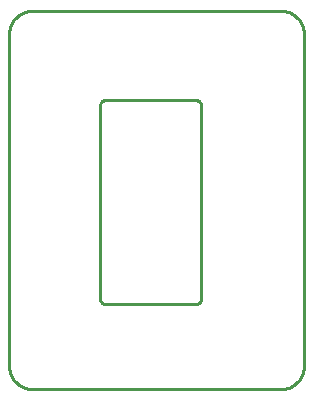
<source format=gbr>
From 7fb8215a1e2a72e235aa8f3d0580ebdae611a5b2 Mon Sep 17 00:00:00 2001
From: jaseg <git@jaseg.de>
Date: Sat, 21 Dec 2024 17:32:16 +0100
Subject: Add recent fusion-360 files as test resource

---
 gerbonara/tests/resources/fusion360/profile.gbr | 168 ++++++++++++++++++++++++
 1 file changed, 168 insertions(+)
 create mode 100644 gerbonara/tests/resources/fusion360/profile.gbr

(limited to 'gerbonara/tests/resources/fusion360/profile.gbr')

diff --git a/gerbonara/tests/resources/fusion360/profile.gbr b/gerbonara/tests/resources/fusion360/profile.gbr
new file mode 100644
index 0000000..eb42133
--- /dev/null
+++ b/gerbonara/tests/resources/fusion360/profile.gbr
@@ -0,0 +1,168 @@
+G04 EAGLE Gerber RS-274X export*
+G75*
+%MOMM*%
+%FSLAX34Y34*%
+%LPD*%
+%IN*%
+%IPPOS*%
+%AMOC8*
+5,1,8,0,0,1.08239X$1,22.5*%
+G01*
+G04 Define Apertures*
+%ADD10C,0.254000*%
+D10*
+X-120000Y-140000D02*
+X-119924Y-141743D01*
+X-119696Y-143473D01*
+X-119319Y-145176D01*
+X-118794Y-146840D01*
+X-118126Y-148452D01*
+X-117321Y-150000D01*
+X-116383Y-151472D01*
+X-115321Y-152856D01*
+X-114142Y-154142D01*
+X-112856Y-155321D01*
+X-111472Y-156383D01*
+X-110000Y-157321D01*
+X-108452Y-158126D01*
+X-106840Y-158794D01*
+X-105176Y-159319D01*
+X-103473Y-159696D01*
+X-101743Y-159924D01*
+X-100000Y-160000D01*
+X110000Y-160000D01*
+X111743Y-159924D01*
+X113473Y-159696D01*
+X115176Y-159319D01*
+X116840Y-158794D01*
+X118452Y-158126D01*
+X120000Y-157321D01*
+X121472Y-156383D01*
+X122856Y-155321D01*
+X124142Y-154142D01*
+X125321Y-152856D01*
+X126383Y-151472D01*
+X127321Y-150000D01*
+X128126Y-148452D01*
+X128794Y-146840D01*
+X129319Y-145176D01*
+X129696Y-143473D01*
+X129924Y-141743D01*
+X130000Y-140000D01*
+X130000Y140000D01*
+X129924Y141743D01*
+X129696Y143473D01*
+X129319Y145176D01*
+X128794Y146840D01*
+X128126Y148452D01*
+X127321Y150000D01*
+X126383Y151472D01*
+X125321Y152856D01*
+X124142Y154142D01*
+X122856Y155321D01*
+X121472Y156383D01*
+X120000Y157321D01*
+X118452Y158126D01*
+X116840Y158794D01*
+X115176Y159319D01*
+X113473Y159696D01*
+X111743Y159924D01*
+X110000Y160000D01*
+X-100000Y160000D01*
+X-101743Y159924D01*
+X-103473Y159696D01*
+X-105176Y159319D01*
+X-106840Y158794D01*
+X-108452Y158126D01*
+X-110000Y157321D01*
+X-111472Y156383D01*
+X-112856Y155321D01*
+X-114142Y154142D01*
+X-115321Y152856D01*
+X-116383Y151472D01*
+X-117321Y150000D01*
+X-118126Y148452D01*
+X-118794Y146840D01*
+X-119319Y145176D01*
+X-119696Y143473D01*
+X-119924Y141743D01*
+X-120000Y140000D01*
+X-120000Y-140000D01*
+X-43180Y-83058D02*
+X-43161Y-83501D01*
+X-43103Y-83940D01*
+X-43007Y-84373D01*
+X-42874Y-84795D01*
+X-42704Y-85205D01*
+X-42499Y-85598D01*
+X-42261Y-85972D01*
+X-41992Y-86323D01*
+X-41692Y-86650D01*
+X-41365Y-86950D01*
+X-41014Y-87219D01*
+X-40640Y-87457D01*
+X-40247Y-87662D01*
+X-39837Y-87832D01*
+X-39415Y-87965D01*
+X-38982Y-88061D01*
+X-38543Y-88119D01*
+X-38100Y-88138D01*
+X37846Y-88138D01*
+X38289Y-88119D01*
+X38728Y-88061D01*
+X39161Y-87965D01*
+X39583Y-87832D01*
+X39993Y-87662D01*
+X40386Y-87457D01*
+X40760Y-87219D01*
+X41111Y-86950D01*
+X41438Y-86650D01*
+X41738Y-86323D01*
+X42007Y-85972D01*
+X42245Y-85598D01*
+X42450Y-85205D01*
+X42620Y-84795D01*
+X42753Y-84373D01*
+X42849Y-83940D01*
+X42907Y-83501D01*
+X42926Y-83058D01*
+X42926Y79502D01*
+X42907Y79945D01*
+X42849Y80384D01*
+X42753Y80817D01*
+X42620Y81239D01*
+X42450Y81649D01*
+X42245Y82042D01*
+X42007Y82416D01*
+X41738Y82767D01*
+X41438Y83094D01*
+X41111Y83394D01*
+X40760Y83663D01*
+X40386Y83901D01*
+X39993Y84106D01*
+X39583Y84276D01*
+X39161Y84409D01*
+X38728Y84505D01*
+X38289Y84563D01*
+X37846Y84582D01*
+X-38100Y84582D01*
+X-38543Y84563D01*
+X-38982Y84505D01*
+X-39415Y84409D01*
+X-39837Y84276D01*
+X-40247Y84106D01*
+X-40640Y83901D01*
+X-41014Y83663D01*
+X-41365Y83394D01*
+X-41692Y83094D01*
+X-41992Y82767D01*
+X-42261Y82416D01*
+X-42499Y82042D01*
+X-42704Y81649D01*
+X-42874Y81239D01*
+X-43007Y80817D01*
+X-43103Y80384D01*
+X-43161Y79945D01*
+X-43180Y79502D01*
+X-43180Y-83058D01*
+M02*
-- 
cgit 


</source>
